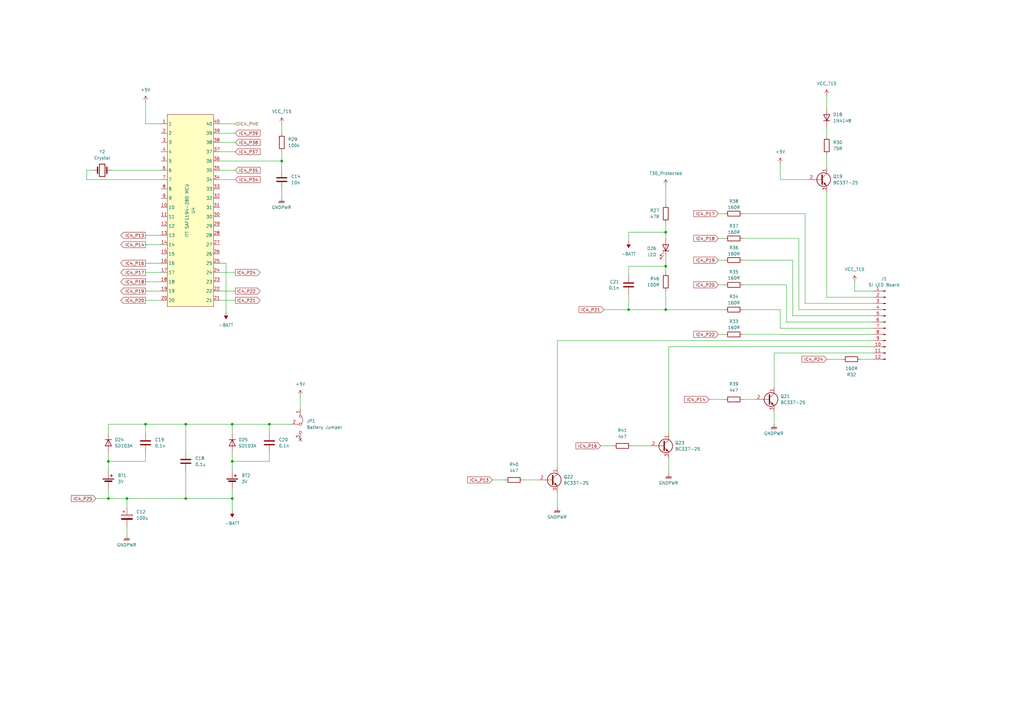
<source format=kicad_sch>
(kicad_sch (version 20250114) (generator "eeschema") (generator_version "9.0")
  (paper "A3")
  (title_block (title "Indicator Lights") (rev "0") (company "Reagan Ansel"))
  (lib_symbols
    (symbol "BMW_ICs:ITT_SAF1194-280_MCU"
      (property "Reference" "U" (at 0.508 -18.796 0))
      (property "Value" "ITT SAF1194-280 MCU" (at -0.254 -21.336 0))
      (symbol "ITT_SAF1194-280_MCU_1_1"
        (rectangle (start -39.37 -11.43) (end 39.37 -30.48) (fill (type background)))
        (pin input line (at -35.56 -8.89 270) (length 2.54) (name "40") (number "40"))
        (pin input line (at -35.56 -33.02 90) (length 2.54) (name "1") (number "1"))
        (pin output line (at -31.75 -8.89 270) (length 2.54) (name "39") (number "39"))
        (pin input line (at -31.75 -33.02 90) (length 2.54) (name "2") (number "2"))
        (pin input line (at -27.94 -8.89 270) (length 2.54) (name "38") (number "38"))
        (pin input line (at -27.94 -33.02 90) (length 2.54) (name "3") (number "3"))
        (pin input line (at -24.13 -8.89 270) (length 2.54) (name "37") (number "37"))
        (pin input line (at -24.13 -33.02 90) (length 2.54) (name "4") (number "4"))
        (pin input line (at -20.32 -8.89 270) (length 2.54) (name "36") (number "36"))
        (pin input line (at -20.32 -33.02 90) (length 2.54) (name "5") (number "5"))
        (pin input line (at -16.51 -8.89 270) (length 2.54) (name "35") (number "35"))
        (pin input line (at -16.51 -33.02 90) (length 2.54) (name "6") (number "6"))
        (pin input line (at -12.7 -8.89 270) (length 2.54) (name "34") (number "34"))
        (pin input line (at -12.7 -33.02 90) (length 2.54) (name "7") (number "7"))
        (pin input line (at -8.89 -8.89 270) (length 2.54) (name "33") (number "33"))
        (pin input line (at -8.89 -33.02 90) (length 2.54) (name "8") (number "8"))
        (pin input line (at -5.08 -8.89 270) (length 2.54) (name "32") (number "32"))
        (pin input line (at -5.08 -33.02 90) (length 2.54) (name "9") (number "9"))
        (pin input line (at -1.27 -8.89 270) (length 2.54) (name "31") (number "31"))
        (pin input line (at -1.27 -33.02 90) (length 2.54) (name "10") (number "10"))
        (pin input line (at 2.54 -8.89 270) (length 2.54) (name "30") (number "30"))
        (pin input line (at 2.54 -33.02 90) (length 2.54) (name "11") (number "11"))
        (pin input line (at 6.35 -8.89 270) (length 2.54) (name "29") (number "29"))
        (pin input line (at 6.35 -33.02 90) (length 2.54) (name "12") (number "12"))
        (pin input line (at 10.16 -8.89 270) (length 2.54) (name "28") (number "28"))
        (pin output line (at 10.16 -33.02 90) (length 2.54) (name "13") (number "13"))
        (pin input line (at 13.97 -8.89 270) (length 2.54) (name "27") (number "27"))
        (pin output line (at 13.97 -33.02 90) (length 2.54) (name "14") (number "14"))
        (pin input line (at 17.78 -8.89 270) (length 2.54) (name "26") (number "26"))
        (pin output line (at 17.78 -33.02 90) (length 2.54) (name "15") (number "15"))
        (pin input line (at 21.59 -8.89 270) (length 2.54) (name "25") (number "25"))
        (pin output line (at 21.59 -33.02 90) (length 2.54) (name "16") (number "16"))
        (pin output line (at 25.4 -8.89 270) (length 2.54) (name "24") (number "24"))
        (pin output line (at 25.4 -33.02 90) (length 2.54) (name "17") (number "17"))
        (pin output line (at 29.21 -8.89 270) (length 2.54) (name "23") (number "23"))
        (pin output line (at 29.21 -33.02 90) (length 2.54) (name "18") (number "18"))
        (pin output line (at 33.02 -8.89 270) (length 2.54) (name "22") (number "22"))
        (pin output line (at 33.02 -33.02 90) (length 2.54) (name "19") (number "19"))
        (pin input line (at 36.83 -8.89 270) (length 2.54) (name "21") (number "21"))
        (pin output line (at 36.83 -33.02 90) (length 2.54) (name "20") (number "20"))
      )
    )
    (symbol "Connector:Conn_01x12_Pin" (pin_names (offset 1.016) (hide yes))
      (property "Reference" "J" (at 0 15.24 0))
      (property "Value" "Conn_01x12_Pin" (at 0 -17.78 0))
      (symbol "Conn_01x12_Pin_1_1"
        (rectangle (start 0.8636 12.827) (end 0 12.573) (stroke (width 0.1524)) (fill (type outline)))
        (rectangle (start 0.8636 10.287) (end 0 10.033) (stroke (width 0.1524)) (fill (type outline)))
        (rectangle (start 0.8636 7.747) (end 0 7.493) (stroke (width 0.1524)) (fill (type outline)))
        (rectangle (start 0.8636 5.207) (end 0 4.953) (stroke (width 0.1524)) (fill (type outline)))
        (rectangle (start 0.8636 2.667) (end 0 2.413) (stroke (width 0.1524)) (fill (type outline)))
        (rectangle (start 0.8636 0.127) (end 0 -0.127) (stroke (width 0.1524)) (fill (type outline)))
        (rectangle (start 0.8636 -2.413) (end 0 -2.667) (stroke (width 0.1524)) (fill (type outline)))
        (rectangle (start 0.8636 -4.953) (end 0 -5.207) (stroke (width 0.1524)) (fill (type outline)))
        (rectangle (start 0.8636 -7.493) (end 0 -7.747) (stroke (width 0.1524)) (fill (type outline)))
        (rectangle (start 0.8636 -10.033) (end 0 -10.287) (stroke (width 0.1524)) (fill (type outline)))
        (rectangle (start 0.8636 -12.573) (end 0 -12.827) (stroke (width 0.1524)) (fill (type outline)))
        (rectangle (start 0.8636 -15.113) (end 0 -15.367) (stroke (width 0.1524)) (fill (type outline)))
        (polyline (pts (xy 1.27 12.7) (xy 0.8636 12.7)) (stroke (width 0.1524)))
        (polyline (pts (xy 1.27 10.16) (xy 0.8636 10.16)) (stroke (width 0.1524)))
        (polyline (pts (xy 1.27 7.62) (xy 0.8636 7.62)) (stroke (width 0.1524)))
        (polyline (pts (xy 1.27 5.08) (xy 0.8636 5.08)) (stroke (width 0.1524)))
        (polyline (pts (xy 1.27 2.54) (xy 0.8636 2.54)) (stroke (width 0.1524)))
        (polyline (pts (xy 1.27 0) (xy 0.8636 0)) (stroke (width 0.1524)))
        (polyline (pts (xy 1.27 -2.54) (xy 0.8636 -2.54)) (stroke (width 0.1524)))
        (polyline (pts (xy 1.27 -5.08) (xy 0.8636 -5.08)) (stroke (width 0.1524)))
        (polyline (pts (xy 1.27 -7.62) (xy 0.8636 -7.62)) (stroke (width 0.1524)))
        (polyline (pts (xy 1.27 -10.16) (xy 0.8636 -10.16)) (stroke (width 0.1524)))
        (polyline (pts (xy 1.27 -12.7) (xy 0.8636 -12.7)) (stroke (width 0.1524)))
        (polyline (pts (xy 1.27 -15.24) (xy 0.8636 -15.24)) (stroke (width 0.1524)))
        (pin passive line (at 5.08 12.7 180) (length 3.81) (name "Pin_1") (number "1"))
        (pin passive line (at 5.08 10.16 180) (length 3.81) (name "Pin_2") (number "2"))
        (pin passive line (at 5.08 7.62 180) (length 3.81) (name "Pin_3") (number "3"))
        (pin passive line (at 5.08 5.08 180) (length 3.81) (name "Pin_4") (number "4"))
        (pin passive line (at 5.08 2.54 180) (length 3.81) (name "Pin_5") (number "5"))
        (pin passive line (at 5.08 0 180) (length 3.81) (name "Pin_6") (number "6"))
        (pin passive line (at 5.08 -2.54 180) (length 3.81) (name "Pin_7") (number "7"))
        (pin passive line (at 5.08 -5.08 180) (length 3.81) (name "Pin_8") (number "8"))
        (pin passive line (at 5.08 -7.62 180) (length 3.81) (name "Pin_9") (number "9"))
        (pin passive line (at 5.08 -10.16 180) (length 3.81) (name "Pin_10") (number "10"))
        (pin passive line (at 5.08 -12.7 180) (length 3.81) (name "Pin_11") (number "11"))
        (pin passive line (at 5.08 -15.24 180) (length 3.81) (name "Pin_12") (number "12"))
      )
    )
    (symbol "Device:Battery_Cell" (pin_numbers (hide yes)) (pin_names (offset 0) (hide yes))
      (property "Reference" "BT" (at 2.54 2.54 0))
      (property "Value" "Battery_Cell" (at 2.54 0 0))
      (symbol "Battery_Cell_0_1"
        (rectangle (start -2.286 1.778) (end 2.286 1.524) (fill (type outline)))
        (rectangle (start -1.524 1.016) (end 1.524 0.508) (fill (type outline)))
        (polyline (pts (xy 0 1.778) (xy 0 2.54)))
        (polyline (pts (xy 0 0.762) (xy 0 0)))
        (polyline (pts (xy 0.762 3.048) (xy 1.778 3.048)) (stroke (width 0.254)))
        (polyline (pts (xy 1.27 3.556) (xy 1.27 2.54)) (stroke (width 0.254)))
      )
      (symbol "Battery_Cell_1_1"
        (pin passive line (at 0 5.08 270) (length 2.54) (name "+") (number "1"))
        (pin passive line (at 0 -2.54 90) (length 2.54) (name "-") (number "2"))
      )
    )
    (symbol "Device:C" (pin_numbers (hide yes)) (pin_names (offset 0.254))
      (property "Reference" "C" (at 0.635 2.54 0))
      (property "Value" "C" (at 0.635 -2.54 0))
      (symbol "C_0_1"
        (polyline (pts (xy -2.032 0.762) (xy 2.032 0.762)) (stroke (width 0.508)))
        (polyline (pts (xy -2.032 -0.762) (xy 2.032 -0.762)) (stroke (width 0.508)))
      )
      (symbol "C_1_1"
        (pin passive line (at 0 3.81 270) (length 2.794) (name "~") (number "1"))
        (pin passive line (at 0 -3.81 90) (length 2.794) (name "~") (number "2"))
      )
    )
    (symbol "Device:C_Polarized" (pin_numbers (hide yes)) (pin_names (offset 0.254))
      (property "Reference" "C" (at 0.635 2.54 0))
      (property "Value" "C_Polarized" (at 0.635 -2.54 0))
      (symbol "C_Polarized_0_1"
        (rectangle (start -2.286 0.508) (end 2.286 1.016))
        (polyline (pts (xy -1.778 2.286) (xy -0.762 2.286)))
        (polyline (pts (xy -1.27 2.794) (xy -1.27 1.778)))
        (rectangle (start 2.286 -0.508) (end -2.286 -1.016) (fill (type outline)))
      )
      (symbol "C_Polarized_1_1"
        (pin passive line (at 0 3.81 270) (length 2.794) (name "~") (number "1"))
        (pin passive line (at 0 -3.81 90) (length 2.794) (name "~") (number "2"))
      )
    )
    (symbol "Device:Crystal" (pin_numbers (hide yes)) (pin_names (offset 1.016) (hide yes))
      (property "Reference" "Y" (at 0 3.81 0))
      (property "Value" "Crystal" (at 0 -3.81 0))
      (symbol "Crystal_0_1"
        (polyline (pts (xy -2.54 0) (xy -1.905 0)))
        (polyline (pts (xy -1.905 -1.27) (xy -1.905 1.27)) (stroke (width 0.508)))
        (rectangle (start -1.143 2.54) (end 1.143 -2.54) (stroke (width 0.3048)))
        (polyline (pts (xy 1.905 -1.27) (xy 1.905 1.27)) (stroke (width 0.508)))
        (polyline (pts (xy 2.54 0) (xy 1.905 0)))
      )
      (symbol "Crystal_1_1"
        (pin passive line (at -3.81 0 0) (length 1.27) (name "1") (number "1"))
        (pin passive line (at 3.81 0 180) (length 1.27) (name "2") (number "2"))
      )
    )
    (symbol "Device:D" (pin_numbers (hide yes)) (pin_names (offset 1.016) (hide yes))
      (property "Reference" "D" (at 0 2.54 0))
      (property "Value" "D" (at 0 -2.54 0))
      (symbol "D_0_1"
        (polyline (pts (xy -1.27 1.27) (xy -1.27 -1.27)) (stroke (width 0.254)))
        (polyline (pts (xy 1.27 1.27) (xy 1.27 -1.27) (xy -1.27 0) (xy 1.27 1.27)) (stroke (width 0.254)))
        (polyline (pts (xy 1.27 0) (xy -1.27 0)))
      )
      (symbol "D_1_1"
        (pin passive line (at -3.81 0 0) (length 2.54) (name "K") (number "1"))
        (pin passive line (at 3.81 0 180) (length 2.54) (name "A") (number "2"))
      )
    )
    (symbol "Device:LED" (pin_numbers (hide yes)) (pin_names (offset 1.016) (hide yes))
      (property "Reference" "D" (at 0 2.54 0))
      (property "Value" "LED" (at 0 -2.54 0))
      (symbol "LED_0_1"
        (polyline (pts (xy -3.048 -0.762) (xy -4.572 -2.286) (xy -3.81 -2.286) (xy -4.572 -2.286) (xy -4.572 -1.524)))
        (polyline (pts (xy -1.778 -0.762) (xy -3.302 -2.286) (xy -2.54 -2.286) (xy -3.302 -2.286) (xy -3.302 -1.524)))
        (polyline (pts (xy -1.27 0) (xy 1.27 0)))
        (polyline (pts (xy -1.27 -1.27) (xy -1.27 1.27)) (stroke (width 0.254)))
        (polyline (pts (xy 1.27 -1.27) (xy 1.27 1.27) (xy -1.27 0) (xy 1.27 -1.27)) (stroke (width 0.254)))
      )
      (symbol "LED_1_1"
        (pin passive line (at -3.81 0 0) (length 2.54) (name "K") (number "1"))
        (pin passive line (at 3.81 0 180) (length 2.54) (name "A") (number "2"))
      )
    )
    (symbol "Device:R" (pin_numbers (hide yes)) (pin_names (offset 0))
      (property "Reference" "R" (at 2.032 0 90))
      (property "Value" "R" (at 0 0 90))
      (symbol "R_0_1"
        (rectangle (start -1.016 -2.54) (end 1.016 2.54) (stroke (width 0.254)))
      )
      (symbol "R_1_1"
        (pin passive line (at 0 3.81 270) (length 1.27) (name "~") (number "1"))
        (pin passive line (at 0 -3.81 90) (length 1.27) (name "~") (number "2"))
      )
    )
    (symbol "Jumper:Jumper_3_Bridged12" (pin_names (offset 0) (hide yes)) (in_bom no)
      (property "Reference" "JP" (at -2.54 -2.54 0))
      (property "Value" "Jumper_3_Bridged12" (at 0 2.794 0))
      (symbol "Jumper_3_Bridged12_0_0"
        (circle (center -3.302 0) (radius 0.508))
        (circle (center 0 0) (radius 0.508))
        (circle (center 3.302 0) (radius 0.508))
      )
      (symbol "Jumper_3_Bridged12_0_1"
        (arc (start -3.048 0.508) (mid -1.651 0.9912) (end -0.254 0.508))
        (polyline (pts (xy 0 -1.27) (xy 0 -0.508)))
      )
      (symbol "Jumper_3_Bridged12_1_1"
        (pin passive line (at -6.35 0 0) (length 2.54) (name "A") (number "1"))
        (pin passive line (at 0 -3.81 90) (length 2.54) (name "C") (number "2"))
        (pin passive line (at 6.35 0 180) (length 2.54) (name "B") (number "3"))
      )
    )
    (symbol "Transistor_BJT:BC337" (pin_names (offset 0) (hide yes))
      (property "Reference" "Q" (at 5.08 1.905 0))
      (property "Value" "BC337" (at 5.08 0 0))
      (symbol "BC337_0_1"
        (polyline (pts (xy -2.54 0) (xy 0.635 0)))
        (polyline (pts (xy 0.635 1.905) (xy 0.635 -1.905)) (stroke (width 0.508)))
        (circle (center 1.27 0) (radius 2.8194) (stroke (width 0.254)))
      )
      (symbol "BC337_1_1"
        (polyline (pts (xy 0.635 0.635) (xy 2.54 2.54)))
        (polyline (pts (xy 0.635 -0.635) (xy 2.54 -2.54)))
        (polyline (pts (xy 1.27 -1.778) (xy 1.778 -1.27) (xy 2.286 -2.286) (xy 1.27 -1.778)) (fill (type outline)))
        (pin input line (at -5.08 0 0) (length 2.54) (name "B") (number "2"))
        (pin passive line (at 2.54 5.08 270) (length 2.54) (name "C") (number "1"))
        (pin passive line (at 2.54 -5.08 90) (length 2.54) (name "E") (number "3"))
      )
    )
    (symbol "power:+12V" (power) (pin_numbers (hide yes)) (pin_names (offset 0) (hide yes))
      (property "Value" "+12V" (at 0 3.556 0))
      (symbol "+12V_0_1"
        (polyline (pts (xy -0.762 1.27) (xy 0 2.54)))
        (polyline (pts (xy 0 2.54) (xy 0.762 1.27)))
        (polyline (pts (xy 0 0) (xy 0 2.54)))
      )
      (symbol "+12V_1_1"
        (pin power_in line (at 0 0 90) (length 0) (name "~") (number "1"))
      )
    )
    (symbol "power:-BATT" (power) (pin_numbers (hide yes)) (pin_names (offset 0) (hide yes))
      (property "Value" "-BATT" (at 0 3.556 0))
      (symbol "-BATT_0_1"
        (polyline (pts (xy 0 0) (xy 0 2.54)))
        (polyline (pts (xy 0.762 1.27) (xy -0.762 1.27) (xy 0 2.54) (xy 0.762 1.27)) (fill (type outline)))
      )
      (symbol "-BATT_1_1"
        (pin power_in line (at 0 0 90) (length 0) (name "~") (number "1"))
      )
    )
    (symbol "power:GNDPWR" (power) (pin_numbers (hide yes)) (pin_names (offset 0) (hide yes))
      (property "Value" "GNDPWR" (at 0 -3.302 0))
      (symbol "GNDPWR_0_1"
        (polyline (pts (xy -1.016 -1.27) (xy -1.27 -2.032) (xy -1.27 -2.032)) (stroke (width 0.2032)))
        (polyline (pts (xy -0.508 -1.27) (xy -0.762 -2.032) (xy -0.762 -2.032)) (stroke (width 0.2032)))
        (polyline (pts (xy 0 -1.27) (xy 0 0)))
        (polyline (pts (xy 0 -1.27) (xy -0.254 -2.032) (xy -0.254 -2.032)) (stroke (width 0.2032)))
        (polyline (pts (xy 0.508 -1.27) (xy 0.254 -2.032) (xy 0.254 -2.032)) (stroke (width 0.2032)))
        (polyline (pts (xy 1.016 -1.27) (xy -1.016 -1.27) (xy -1.016 -1.27)) (stroke (width 0.2032)))
        (polyline (pts (xy 1.016 -1.27) (xy 0.762 -2.032) (xy 0.762 -2.032) (xy 0.762 -2.032)) (stroke (width 0.2032)))
      )
      (symbol "GNDPWR_1_1"
        (pin power_in line (at 0 0 270) (length 0) (name "~") (number "1"))
      )
    )
  )
  (junction (at 257.81 127))
  (junction (at 95.25 189.23))
  (junction (at 76.2 204.47))
  (junction (at 59.69 173.99))
  (junction (at 273.05 127))
  (junction (at 76.2 173.99))
  (junction (at 52.07 204.47))
  (junction (at 95.25 204.47))
  (junction (at 273.05 109.22))
  (junction (at 110.49 173.99))
  (junction (at 95.25 173.99))
  (junction (at 115.57 66.04))
  (junction (at 44.45 204.47))
  (junction (at 273.05 95.25))
  (junction (at 44.45 189.23))
  (no_connect (at 123.19 180.34))
  (wire (pts (xy 257.81 113.03) (xy 257.81 109.22)))
  (wire (pts (xy 90.17 50.8) (xy 96.52 50.8)))
  (wire (pts (xy 90.17 73.66) (xy 96.52 73.66)))
  (wire (pts (xy 59.69 177.8) (xy 59.69 173.99)))
  (wire (pts (xy 115.57 50.8) (xy 115.57 54.61)))
  (wire (pts (xy 273.05 91.44) (xy 273.05 95.25)))
  (wire (pts (xy 358.14 129.54) (xy 325.12 129.54)))
  (wire (pts (xy 76.2 173.99) (xy 76.2 185.42)))
  (wire (pts (xy 59.69 111.76) (xy 66.04 111.76)))
  (wire (pts (xy 339.09 121.92) (xy 358.14 121.92)))
  (wire (pts (xy 95.25 173.99) (xy 110.49 173.99)))
  (wire (pts (xy 339.09 52.07) (xy 339.09 55.88)))
  (wire (pts (xy 274.32 187.96) (xy 274.32 194.31)))
  (wire (pts (xy 273.05 109.22) (xy 273.05 111.76)))
  (wire (pts (xy 317.5 168.91) (xy 317.5 173.99)))
  (wire (pts (xy 95.25 204.47) (xy 95.25 209.55)))
  (wire (pts (xy 59.69 115.57) (xy 66.04 115.57)))
  (wire (pts (xy 322.58 116.84) (xy 322.58 132.08)))
  (wire (pts (xy 327.66 127) (xy 358.14 127)))
  (wire (pts (xy 44.45 189.23) (xy 44.45 193.04)))
  (wire (pts (xy 290.83 163.83) (xy 297.18 163.83)))
  (wire (pts (xy 257.81 120.65) (xy 257.81 127)))
  (wire (pts (xy 52.07 215.9) (xy 52.07 219.71)))
  (wire (pts (xy 35.56 69.85) (xy 38.1 69.85)))
  (wire (pts (xy 294.64 116.84) (xy 297.18 116.84)))
  (wire (pts (xy 44.45 189.23) (xy 44.45 185.42)))
  (wire (pts (xy 59.69 173.99) (xy 76.2 173.99)))
  (wire (pts (xy 274.32 142.24) (xy 358.14 142.24)))
  (wire (pts (xy 259.08 182.88) (xy 266.7 182.88)))
  (wire (pts (xy 59.69 41.91) (xy 59.69 50.8)))
  (wire (pts (xy 304.8 87.63) (xy 330.2 87.63)))
  (wire (pts (xy 228.6 201.93) (xy 228.6 208.28)))
  (wire (pts (xy 228.6 139.7) (xy 358.14 139.7)))
  (wire (pts (xy 115.57 77.47) (xy 115.57 81.28)))
  (wire (pts (xy 44.45 177.8) (xy 44.45 173.99)))
  (wire (pts (xy 110.49 173.99) (xy 119.38 173.99)))
  (wire (pts (xy 353.06 147.32) (xy 358.14 147.32)))
  (wire (pts (xy 273.05 127) (xy 273.05 119.38)))
  (wire (pts (xy 317.5 144.78) (xy 317.5 158.75)))
  (wire (pts (xy 95.25 189.23) (xy 95.25 185.42)))
  (wire (pts (xy 330.2 124.46) (xy 358.14 124.46)))
  (wire (pts (xy 339.09 39.37) (xy 339.09 44.45)))
  (wire (pts (xy 320.04 67.31) (xy 320.04 73.66)))
  (wire (pts (xy 59.69 123.19) (xy 66.04 123.19)))
  (wire (pts (xy 294.64 137.16) (xy 297.18 137.16)))
  (wire (pts (xy 304.8 116.84) (xy 322.58 116.84)))
  (wire (pts (xy 76.2 204.47) (xy 95.25 204.47)))
  (wire (pts (xy 59.69 96.52) (xy 66.04 96.52)))
  (wire (pts (xy 35.56 73.66) (xy 35.56 69.85)))
  (wire (pts (xy 273.05 127) (xy 297.18 127)))
  (wire (pts (xy 92.71 107.95) (xy 92.71 128.27)))
  (wire (pts (xy 274.32 177.8) (xy 274.32 142.24)))
  (wire (pts (xy 322.58 132.08) (xy 358.14 132.08)))
  (wire (pts (xy 59.69 189.23) (xy 44.45 189.23)))
  (wire (pts (xy 110.49 185.42) (xy 110.49 189.23)))
  (wire (pts (xy 76.2 204.47) (xy 52.07 204.47)))
  (wire (pts (xy 294.64 87.63) (xy 297.18 87.63)))
  (wire (pts (xy 95.25 200.66) (xy 95.25 204.47)))
  (wire (pts (xy 95.25 189.23) (xy 95.25 193.04)))
  (wire (pts (xy 330.2 87.63) (xy 330.2 124.46)))
  (wire (pts (xy 304.8 137.16) (xy 358.14 137.16)))
  (wire (pts (xy 59.69 107.95) (xy 66.04 107.95)))
  (wire (pts (xy 123.19 162.56) (xy 123.19 167.64)))
  (wire (pts (xy 39.37 204.47) (xy 44.45 204.47)))
  (wire (pts (xy 327.66 97.79) (xy 304.8 97.79)))
  (wire (pts (xy 76.2 193.04) (xy 76.2 204.47)))
  (wire (pts (xy 325.12 129.54) (xy 325.12 106.68)))
  (wire (pts (xy 350.52 115.57) (xy 350.52 119.38)))
  (wire (pts (xy 294.64 97.79) (xy 297.18 97.79)))
  (wire (pts (xy 257.81 127) (xy 273.05 127)))
  (wire (pts (xy 59.69 100.33) (xy 66.04 100.33)))
  (wire (pts (xy 45.72 69.85) (xy 66.04 69.85)))
  (wire (pts (xy 90.17 123.19) (xy 96.52 123.19)))
  (wire (pts (xy 273.05 95.25) (xy 257.81 95.25)))
  (wire (pts (xy 350.52 119.38) (xy 358.14 119.38)))
  (wire (pts (xy 92.71 107.95) (xy 90.17 107.95)))
  (wire (pts (xy 52.07 204.47) (xy 52.07 208.28)))
  (wire (pts (xy 273.05 95.25) (xy 273.05 97.79)))
  (wire (pts (xy 90.17 119.38) (xy 96.52 119.38)))
  (wire (pts (xy 257.81 109.22) (xy 273.05 109.22)))
  (wire (pts (xy 273.05 105.41) (xy 273.05 109.22)))
  (wire (pts (xy 90.17 66.04) (xy 115.57 66.04)))
  (wire (pts (xy 339.09 78.74) (xy 339.09 121.92)))
  (wire (pts (xy 320.04 134.62) (xy 358.14 134.62)))
  (wire (pts (xy 294.64 106.68) (xy 297.18 106.68)))
  (wire (pts (xy 257.81 99.06) (xy 257.81 95.25)))
  (wire (pts (xy 339.09 147.32) (xy 345.44 147.32)))
  (wire (pts (xy 325.12 106.68) (xy 304.8 106.68)))
  (wire (pts (xy 304.8 127) (xy 320.04 127)))
  (wire (pts (xy 247.65 127) (xy 257.81 127)))
  (wire (pts (xy 115.57 66.04) (xy 115.57 69.85)))
  (wire (pts (xy 201.93 196.85) (xy 207.01 196.85)))
  (wire (pts (xy 339.09 63.5) (xy 339.09 68.58)))
  (wire (pts (xy 76.2 173.99) (xy 95.25 173.99)))
  (wire (pts (xy 214.63 196.85) (xy 220.98 196.85)))
  (wire (pts (xy 90.17 111.76) (xy 96.52 111.76)))
  (wire (pts (xy 59.69 185.42) (xy 59.69 189.23)))
  (wire (pts (xy 59.69 119.38) (xy 66.04 119.38)))
  (wire (pts (xy 246.38 182.88) (xy 251.46 182.88)))
  (wire (pts (xy 320.04 73.66) (xy 331.47 73.66)))
  (wire (pts (xy 320.04 127) (xy 320.04 134.62)))
  (wire (pts (xy 90.17 69.85) (xy 96.52 69.85)))
  (wire (pts (xy 110.49 173.99) (xy 110.49 177.8)))
  (wire (pts (xy 327.66 97.79) (xy 327.66 127)))
  (wire (pts (xy 44.45 173.99) (xy 59.69 173.99)))
  (wire (pts (xy 90.17 62.23) (xy 96.52 62.23)))
  (wire (pts (xy 228.6 191.77) (xy 228.6 139.7)))
  (wire (pts (xy 90.17 54.61) (xy 96.52 54.61)))
  (wire (pts (xy 273.05 76.2) (xy 273.05 83.82)))
  (wire (pts (xy 52.07 204.47) (xy 44.45 204.47)))
  (wire (pts (xy 66.04 73.66) (xy 35.56 73.66)))
  (wire (pts (xy 115.57 62.23) (xy 115.57 66.04)))
  (wire (pts (xy 44.45 204.47) (xy 44.45 200.66)))
  (wire (pts (xy 95.25 173.99) (xy 95.25 177.8)))
  (wire (pts (xy 304.8 163.83) (xy 309.88 163.83)))
  (wire (pts (xy 317.5 144.78) (xy 358.14 144.78)))
  (wire (pts (xy 66.04 50.8) (xy 59.69 50.8)))
  (wire (pts (xy 90.17 58.42) (xy 96.52 58.42)))
  (wire (pts (xy 110.49 189.23) (xy 95.25 189.23)))
  (global_label "IC4_P21" (shape input) (at 247.65 127 180) (property "Intersheetrefs" "${INTERSHEET_REFS}" (effects (hide yes))))
  (global_label "IC4_P18" (shape input) (at 294.64 97.79 180) (property "Intersheetrefs" "${INTERSHEET_REFS}" (effects (hide yes))))
  (global_label "IC4_P21" (shape output) (at 96.52 123.19 0) (property "Intersheetrefs" "${INTERSHEET_REFS}" (effects (hide yes))))
  (global_label "IC4_P24" (shape output) (at 96.52 111.76 0) (property "Intersheetrefs" "${INTERSHEET_REFS}" (effects (hide yes))))
  (global_label "IC4_P22" (shape input) (at 294.64 137.16 180) (property "Intersheetrefs" "${INTERSHEET_REFS}" (effects (hide yes))))
  (global_label "IC4_P13" (shape output) (at 59.69 96.52 180) (property "Intersheetrefs" "${INTERSHEET_REFS}" (effects (hide yes))))
  (global_label "IC4_P38" (shape input) (at 96.52 58.42 0) (property "Intersheetrefs" "${INTERSHEET_REFS}" (effects (hide yes))))
  (global_label "IC4_P13" (shape input) (at 201.93 196.85 180) (property "Intersheetrefs" "${INTERSHEET_REFS}" (effects (hide yes))))
  (global_label "IC4_P14" (shape output) (at 59.69 100.33 180) (property "Intersheetrefs" "${INTERSHEET_REFS}" (effects (hide yes))))
  (global_label "IC4_P14" (shape input) (at 290.83 163.83 180) (property "Intersheetrefs" "${INTERSHEET_REFS}" (effects (hide yes))))
  (global_label "IC4_P16" (shape input) (at 246.38 182.88 180) (property "Intersheetrefs" "${INTERSHEET_REFS}" (effects (hide yes))))
  (global_label "IC4_P35" (shape input) (at 96.52 69.85 0) (property "Intersheetrefs" "${INTERSHEET_REFS}" (effects (hide yes))))
  (global_label "IC4_P17" (shape input) (at 294.64 87.63 180) (property "Intersheetrefs" "${INTERSHEET_REFS}" (effects (hide yes))))
  (global_label "IC4_P24" (shape input) (at 339.09 147.32 180) (property "Intersheetrefs" "${INTERSHEET_REFS}" (effects (hide yes))))
  (global_label "IC4_P19" (shape output) (at 59.69 119.38 180) (property "Intersheetrefs" "${INTERSHEET_REFS}" (effects (hide yes))))
  (global_label "IC4_P18" (shape output) (at 59.69 115.57 180) (property "Intersheetrefs" "${INTERSHEET_REFS}" (effects (hide yes))))
  (global_label "IC4_P19" (shape input) (at 294.64 106.68 180) (property "Intersheetrefs" "${INTERSHEET_REFS}" (effects (hide yes))))
  (global_label "IC4_P34" (shape input) (at 96.52 73.66 0) (property "Intersheetrefs" "${INTERSHEET_REFS}" (effects (hide yes))))
  (global_label "IC4_P16" (shape output) (at 59.69 107.95 180) (property "Intersheetrefs" "${INTERSHEET_REFS}" (effects (hide yes))))
  (global_label "IC4_P22" (shape output) (at 96.52 119.38 0) (property "Intersheetrefs" "${INTERSHEET_REFS}" (effects (hide yes))))
  (global_label "IC4_P20" (shape input) (at 294.64 116.84 180) (property "Intersheetrefs" "${INTERSHEET_REFS}" (effects (hide yes))))
  (global_label "IC4_P20" (shape output) (at 59.69 123.19 180) (property "Intersheetrefs" "${INTERSHEET_REFS}" (effects (hide yes))))
  (global_label "IC4_P17" (shape output) (at 59.69 111.76 180) (property "Intersheetrefs" "${INTERSHEET_REFS}" (effects (hide yes))))
  (global_label "IC4_P39" (shape input) (at 96.52 54.61 0) (property "Intersheetrefs" "${INTERSHEET_REFS}" (effects (hide yes))))
  (global_label "IC4_P25" (shape input) (at 39.37 204.47 180) (property "Intersheetrefs" "${INTERSHEET_REFS}" (effects (hide yes))))
  (global_label "IC4_P37" (shape input) (at 96.52 62.23 0) (property "Intersheetrefs" "${INTERSHEET_REFS}" (effects (hide yes))))
  (hierarchical_label "IC4_P40" (shape input) (at 96.52 50.8 0))
  (symbol (lib_id "power:GNDPWR") (at 228.6 208.28 0) (unit 1)
    (property "Reference" "#PWR028" (effects (hide yes)))
    (property "Value" "GNDPWR" (at 228.473 212.09 0))
    (property "Description" "Power symbol creates a global label with name \"GNDPWR\" , global ground" (effects (hide yes)))
  )
  (symbol (lib_id "power:-BATT") (at 257.81 99.06 0) (mirror x) (unit 1)
    (property "Reference" "#PWR053" (effects (hide yes)))
    (property "Value" "-BATT" (at 257.81 104.14 0))
    (property "Description" "Power symbol creates a global label with name \"-BATT\"" (effects (hide yes)))
  )
  (symbol (lib_id "power:GNDPWR") (at 317.5 173.99 0) (unit 1)
    (property "Reference" "#PWR033" (effects (hide yes)))
    (property "Value" "GNDPWR" (at 317.373 177.8 0))
    (property "Description" "Power symbol creates a global label with name \"GNDPWR\" , global ground" (effects (hide yes)))
  )
  (symbol (lib_id "Device:LED") (at 273.05 101.6 270) (mirror x) (unit 1)
    (property "Reference" "D26" (at 269.24 101.9174 90) (effects (justify right)))
    (property "Value" "LED" (at 269.24 104.4574 90) (effects (justify right)))
    (property "Description" "Light emitting diode" (effects (hide yes)))
    (property "Sim.Pins" "1=K 2=A" (effects (hide yes)))
  )
  (symbol (lib_id "Device:R") (at 300.99 127 90) (unit 1)
    (property "Reference" "R34" (at 300.99 121.666 90))
    (property "Value" "160R" (at 300.99 124.206 90))
    (property "Footprint" "SI_THT:R_Axial_Narrow_L6.8mm_D2.4mm_P9.7mm" (effects (hide yes)))
    (property "Description" "5%" (effects (hide yes)))
  )
  (symbol (lib_id "Connector:Conn_01x12_Pin") (at 363.22 132.08 0) (mirror y) (unit 1)
    (property "Reference" "J1" (at 362.585 114.3 0))
    (property "Value" "SI LED Board" (at 362.585 116.84 0))
    (property "Footprint" "Connector_PinHeader_2.54mm:PinHeader_1x12_P2.54mm_Vertical" (effects (hide yes)))
    (property "Description" "Generic connector, single row, 01x12, script generated" (effects (hide yes)))
  )
  (symbol (lib_id "Device:R") (at 300.99 87.63 90) (unit 1)
    (property "Reference" "R38" (at 300.99 82.55 90))
    (property "Value" "160R" (at 300.99 85.09 90))
    (property "Footprint" "SI_THT:R_Axial_Narrow_L6.8mm_D2.4mm_P9.7mm" (effects (hide yes)))
    (property "Description" "5%" (effects (hide yes)))
  )
  (symbol (lib_id "Device:D") (at 95.25 181.61 270) (unit 1)
    (property "Reference" "D25" (at 97.79 180.3399 90) (effects (justify left)))
    (property "Value" "SD103A" (at 97.79 182.8799 90) (effects (justify left)))
    (property "Description" "Diode" (effects (hide yes)))
    (property "Sim.Device" "D" (effects (hide yes)))
    (property "Sim.Pins" "1=K 2=A" (effects (hide yes)))
  )
  (symbol (lib_id "Device:R") (at 273.05 87.63 0) (mirror y) (unit 1)
    (property "Reference" "R27" (at 270.51 86.3599 0) (effects (justify left)))
    (property "Value" "47R" (at 270.51 88.8999 0) (effects (justify left)))
    (property "Footprint" "Resistor_THT:R_Axial_DIN0516_L15.5mm_D5.0mm_P20.32mm_Horizontal" (effects (hide yes)))
    (property "Description" "5%, 1W?" (effects (hide yes)))
  )
  (symbol (lib_id "Device:R") (at 300.99 97.79 90) (unit 1)
    (property "Reference" "R37" (at 300.99 92.71 90))
    (property "Value" "160R" (at 300.99 95.25 90))
    (property "Footprint" "SI_THT:R_Axial_Narrow_L6.8mm_D2.4mm_P9.7mm" (effects (hide yes)))
    (property "Description" "5%" (effects (hide yes)))
  )
  (symbol (lib_id "Device:R") (at 300.99 163.83 90) (unit 1)
    (property "Reference" "R39" (at 300.99 157.48 90))
    (property "Value" "4k7" (at 300.99 160.02 90))
    (property "Footprint" "SI_THT:R_Axial_Narrow_L6.8mm_D2.4mm_P9.7mm" (effects (hide yes)))
    (property "Description" "5%" (effects (hide yes)))
  )
  (symbol (lib_id "Device:C") (at 59.69 181.61 0) (unit 1)
    (property "Reference" "C19" (at 63.5 180.3399 0) (effects (justify left)))
    (property "Value" "0.1n" (at 63.5 182.8799 0) (effects (justify left)))
    (property "Footprint" "Capacitor_THT:C_Disc_D6.0mm_W2.5mm_P5.00mm" (effects (hide yes)))
    (property "Description" "Unpolarized capacitor" (effects (hide yes)))
  )
  (symbol (lib_id "power:+12V") (at 339.09 39.37 0) (unit 1)
    (property "Reference" "#PWR011" (effects (hide yes)))
    (property "Value" "VCC_T15" (at 339.09 34.29 0))
    (property "Description" "Power symbol creates a global label with name \"+12V\"" (effects (hide yes)))
  )
  (symbol (lib_id "Device:C") (at 76.2 189.23 0) (unit 1)
    (property "Reference" "C18" (at 80.01 187.9599 0) (effects (justify left)))
    (property "Value" "0.1u" (at 80.01 190.4999 0) (effects (justify left)))
    (property "Footprint" "Capacitor_THT:C_Rect_L7.0mm_W2.0mm_P5.00mm" (effects (hide yes)))
    (property "Description" "Unpolarized capacitor, 63v" (effects (hide yes)))
  )
  (symbol (lib_id "Transistor_BJT:BC337") (at 336.55 73.66 0) (unit 1)
    (property "Reference" "Q19" (at 341.63 72.3899 0) (effects (justify left)))
    (property "Value" "BC337-25" (at 341.63 74.9299 0) (effects (justify left)))
    (property "Footprint" "Package_TO_SOT_THT:TO-92_Inline_Wide" (effects (hide yes)))
    (property "Datasheet" "https://diotec.com/tl_files/diotec/files/pdf/datasheets/bc337.pdf" (effects (hide yes)))
    (property "Description" "0.8A Ic, 45V Vce, NPN Transistor, TO-92" (effects (hide yes)))
  )
  (symbol (lib_id "Device:C") (at 257.81 116.84 0) (mirror y) (unit 1)
    (property "Reference" "C21" (at 254 115.5699 0) (effects (justify left)))
    (property "Value" "0.1n" (at 254 118.1099 0) (effects (justify left)))
    (property "Footprint" "Capacitor_THT:C_Disc_D6.0mm_W2.5mm_P5.00mm" (effects (hide yes)))
    (property "Description" "Unpolarized capacitor" (effects (hide yes)))
  )
  (symbol (lib_id "power:+12V") (at 115.57 50.8 0) (unit 1)
    (property "Reference" "#PWR012" (effects (hide yes)))
    (property "Value" "VCC_T15" (at 115.57 45.72 0))
    (property "Description" "Power symbol creates a global label with name \"+12V\"" (effects (hide yes)))
  )
  (symbol (lib_id "Transistor_BJT:BC337") (at 314.96 163.83 0) (unit 1)
    (property "Reference" "Q21" (at 320.04 162.5599 0) (effects (justify left)))
    (property "Value" "BC337-25" (at 320.04 165.0999 0) (effects (justify left)))
    (property "Footprint" "Package_TO_SOT_THT:TO-92_Inline_Wide" (effects (hide yes)))
    (property "Datasheet" "https://diotec.com/tl_files/diotec/files/pdf/datasheets/bc337.pdf" (effects (hide yes)))
    (property "Description" "0.8A Ic, 45V Vce, NPN Transistor, TO-92" (effects (hide yes)))
  )
  (symbol (lib_id "Device:C") (at 110.49 181.61 0) (unit 1)
    (property "Reference" "C20" (at 114.3 180.3399 0) (effects (justify left)))
    (property "Value" "0.1n" (at 114.3 182.8799 0) (effects (justify left)))
    (property "Footprint" "Capacitor_THT:C_Disc_D6.0mm_W2.5mm_P5.00mm" (effects (hide yes)))
    (property "Description" "Unpolarized capacitor" (effects (hide yes)))
  )
  (symbol (lib_id "Transistor_BJT:BC337") (at 271.78 182.88 0) (unit 1)
    (property "Reference" "Q23" (at 276.86 181.6099 0) (effects (justify left)))
    (property "Value" "BC337-25" (at 276.86 184.1499 0) (effects (justify left)))
    (property "Footprint" "Package_TO_SOT_THT:TO-92_Inline_Wide" (effects (hide yes)))
    (property "Datasheet" "https://diotec.com/tl_files/diotec/files/pdf/datasheets/bc337.pdf" (effects (hide yes)))
    (property "Description" "0.8A Ic, 45V Vce, NPN Transistor, TO-92" (effects (hide yes)))
  )
  (symbol (lib_id "Device:Battery_Cell") (at 44.45 198.12 0) (unit 1)
    (property "Reference" "BT1" (at 48.26 195.0084 0) (effects (justify left)))
    (property "Value" "3V" (at 48.26 197.5484 0) (effects (justify left)))
    (property "Description" "Single-cell battery" (effects (hide yes)))
  )
  (symbol (lib_id "power:+12V") (at 320.04 67.31 0) (unit 1)
    (property "Reference" "#PWR010" (effects (hide yes)))
    (property "Value" "+5V" (at 320.04 62.23 0))
    (property "Description" "Power symbol creates a global label with name \"+12V\"" (effects (hide yes)))
  )
  (symbol (lib_id "Device:C") (at 115.57 73.66 0) (unit 1)
    (property "Reference" "C14" (at 119.38 72.3899 0) (effects (justify left)))
    (property "Value" "10n" (at 119.38 74.9299 0) (effects (justify left)))
    (property "Footprint" "Capacitor_THT:C_Disc_D6.0mm_W2.5mm_P5.00mm" (effects (hide yes)))
    (property "Description" "Unpolarized capacitor" (effects (hide yes)))
  )
  (symbol (lib_id "Device:R") (at 210.82 196.85 90) (unit 1)
    (property "Reference" "R40" (at 210.82 190.5 90))
    (property "Value" "4k7" (at 210.82 193.04 90))
    (property "Footprint" "SI_THT:R_Axial_Narrow_L6.8mm_D2.4mm_P9.7mm" (effects (hide yes)))
    (property "Description" "5%" (effects (hide yes)))
  )
  (symbol (lib_id "BMW_ICs:ITT_SAF1194-280_MCU") (at 99.06 86.36 270) (unit 1)
    (property "Reference" "U4" (at 79.248 86.36 0))
    (property "Value" "ITT SAF1194-280 MCU" (at 76.708 86.36 0))
    (property "Footprint" "Package_DIP:DIP-40_W15.24mm_LongPads" (effects (hide yes)))
    (property "Description" "Unspecified MCU of BMW E30 Late Model SI Board" (effects (hide yes)))
  )
  (symbol (lib_id "power:GNDPWR") (at 274.32 194.31 0) (unit 1)
    (property "Reference" "#PWR029" (effects (hide yes)))
    (property "Value" "GNDPWR" (at 274.193 198.12 0))
    (property "Description" "Power symbol creates a global label with name \"GNDPWR\" , global ground" (effects (hide yes)))
  )
  (symbol (lib_id "Device:R") (at 339.09 59.69 0) (unit 1)
    (property "Reference" "R30" (at 341.63 58.4199 0) (effects (justify left)))
    (property "Value" "75R" (at 341.63 60.9599 0) (effects (justify left)))
    (property "Footprint" "SI_THT:R_Axial_Narrow_L6.8mm_D2.4mm_P9.7mm" (effects (hide yes)))
    (property "Description" "5%" (effects (hide yes)))
  )
  (symbol (lib_id "Device:R") (at 300.99 137.16 90) (unit 1)
    (property "Reference" "R33" (at 300.99 131.826 90))
    (property "Value" "160R" (at 300.99 134.366 90))
    (property "Footprint" "SI_THT:R_Axial_Narrow_L6.8mm_D2.4mm_P9.7mm" (effects (hide yes)))
    (property "Description" "5%" (effects (hide yes)))
  )
  (symbol (lib_id "power:GNDPWR") (at 52.07 219.71 0) (unit 1)
    (property "Reference" "#PWR043" (effects (hide yes)))
    (property "Value" "GNDPWR" (at 51.943 223.52 0))
    (property "Description" "Power symbol creates a global label with name \"GNDPWR\" , global ground" (effects (hide yes)))
  )
  (symbol (lib_id "Device:R") (at 255.27 182.88 90) (unit 1)
    (property "Reference" "R41" (at 255.27 176.53 90))
    (property "Value" "4k7" (at 255.27 179.07 90))
    (property "Footprint" "SI_THT:R_Axial_Narrow_L6.8mm_D2.4mm_P9.7mm" (effects (hide yes)))
    (property "Description" "5%" (effects (hide yes)))
  )
  (symbol (lib_id "Device:R") (at 300.99 106.68 90) (unit 1)
    (property "Reference" "R36" (at 300.99 101.6 90))
    (property "Value" "160R" (at 300.99 104.14 90))
    (property "Footprint" "SI_THT:R_Axial_Narrow_L6.8mm_D2.4mm_P9.7mm" (effects (hide yes)))
    (property "Description" "5%" (effects (hide yes)))
  )
  (symbol (lib_id "power:+12V") (at 59.69 41.91 0) (unit 1)
    (property "Reference" "#PWR048" (effects (hide yes)))
    (property "Value" "+5V" (at 59.69 36.83 0))
    (property "Description" "Power symbol creates a global label with name \"+12V\"" (effects (hide yes)))
  )
  (symbol (lib_id "Device:R") (at 115.57 58.42 0) (unit 1)
    (property "Reference" "R29" (at 118.11 57.1499 0) (effects (justify left)))
    (property "Value" "100k" (at 118.11 59.6899 0) (effects (justify left)))
    (property "Footprint" "SI_THT:R_Axial_Narrow_L6.8mm_D2.4mm_P9.7mm" (effects (hide yes)))
    (property "Description" "5%" (effects (hide yes)))
  )
  (symbol (lib_id "Device:Battery_Cell") (at 95.25 198.12 0) (unit 1)
    (property "Reference" "BT2" (at 99.06 195.0084 0) (effects (justify left)))
    (property "Value" "3V" (at 99.06 197.5484 0) (effects (justify left)))
    (property "Description" "Single-cell battery" (effects (hide yes)))
  )
  (symbol (lib_id "power:GNDPWR") (at 115.57 81.28 0) (unit 1)
    (property "Reference" "#PWR026" (effects (hide yes)))
    (property "Value" "GNDPWR" (at 115.443 85.09 0))
    (property "Description" "Power symbol creates a global label with name \"GNDPWR\" , global ground" (effects (hide yes)))
  )
  (symbol (lib_id "Transistor_BJT:BC337") (at 226.06 196.85 0) (unit 1)
    (property "Reference" "Q22" (at 231.14 195.5799 0) (effects (justify left)))
    (property "Value" "BC337-25" (at 231.14 198.1199 0) (effects (justify left)))
    (property "Footprint" "Package_TO_SOT_THT:TO-92_Inline_Wide" (effects (hide yes)))
    (property "Datasheet" "https://diotec.com/tl_files/diotec/files/pdf/datasheets/bc337.pdf" (effects (hide yes)))
    (property "Description" "0.8A Ic, 45V Vce, NPN Transistor, TO-92" (effects (hide yes)))
  )
  (symbol (lib_id "Device:R") (at 273.05 115.57 0) (mirror y) (unit 1)
    (property "Reference" "R46" (at 270.51 114.2999 0) (effects (justify left)))
    (property "Value" "100R" (at 270.51 116.8399 0) (effects (justify left)))
    (property "Footprint" "SI_THT:R_Axial_Narrow_L6.8mm_D2.4mm_P9.7mm" (effects (hide yes)))
    (property "Description" "5%" (effects (hide yes)))
  )
  (symbol (lib_id "Device:D") (at 44.45 181.61 270) (unit 1)
    (property "Reference" "D24" (at 46.99 180.3399 90) (effects (justify left)))
    (property "Value" "SD103A" (at 46.99 182.8799 90) (effects (justify left)))
    (property "Description" "Diode" (effects (hide yes)))
    (property "Sim.Device" "D" (effects (hide yes)))
    (property "Sim.Pins" "1=K 2=A" (effects (hide yes)))
  )
  (symbol (lib_id "Device:R") (at 349.25 147.32 90) (mirror x) (unit 1)
    (property "Reference" "R32" (at 349.25 153.67 90))
    (property "Value" "160R" (at 349.25 151.13 90))
    (property "Footprint" "SI_THT:R_Axial_Narrow_L6.8mm_D2.4mm_P9.7mm" (effects (hide yes)))
    (property "Description" "5%" (effects (hide yes)))
  )
  (symbol (lib_id "Jumper:Jumper_3_Bridged12") (at 123.19 173.99 270) (unit 1) (in_bom no)
    (property "Reference" "JP1" (at 125.73 172.7199 90) (effects (justify left)))
    (property "Value" "Battery Jumper" (at 125.73 175.2599 90) (effects (justify left)))
    (property "Description" "Jumper, 3-pole, pins 1+2 closed/bridged" (effects (hide yes)))
  )
  (symbol (lib_id "power:+12V") (at 123.19 162.56 0) (unit 1)
    (property "Reference" "#PWR035" (effects (hide yes)))
    (property "Value" "+5V" (at 123.19 157.48 0))
    (property "Description" "Power symbol creates a global label with name \"+12V\"" (effects (hide yes)))
  )
  (symbol (lib_id "power:-BATT") (at 92.71 128.27 180) (unit 1)
    (property "Reference" "#PWR052" (effects (hide yes)))
    (property "Value" "-BATT" (at 92.71 133.35 0))
    (property "Description" "Power symbol creates a global label with name \"-BATT\"" (effects (hide yes)))
  )
  (symbol (lib_id "power:+12V") (at 350.52 115.57 0) (unit 1)
    (property "Reference" "#PWR013" (effects (hide yes)))
    (property "Value" "VCC_T15" (at 350.52 110.49 0))
    (property "Description" "Power symbol creates a global label with name \"+12V\"" (effects (hide yes)))
  )
  (symbol (lib_id "power:+12V") (at 273.05 76.2 0) (mirror y) (unit 1)
    (property "Reference" "#PWR050" (effects (hide yes)))
    (property "Value" "T30_Protected" (at 273.05 71.12 0))
    (property "Description" "Power symbol creates a global label with name \"+12V\"" (effects (hide yes)))
  )
  (symbol (lib_id "power:-BATT") (at 95.25 209.55 180) (unit 1)
    (property "Reference" "#PWR051" (effects (hide yes)))
    (property "Value" "-BATT" (at 95.25 214.63 0))
    (property "Description" "Power symbol creates a global label with name \"-BATT\"" (effects (hide yes)))
  )
  (symbol (lib_id "Device:C_Polarized") (at 52.07 212.09 0) (unit 1)
    (property "Reference" "C12" (at 55.88 209.9309 0) (effects (justify left)))
    (property "Value" "100u" (at 55.88 212.4709 0) (effects (justify left)))
    (property "Footprint" "Capacitor_THT:CP_Axial_L18.0mm_D6.5mm_P25.00mm_Horizontal" (effects (hide yes)))
    (property "Description" "16v" (effects (hide yes)))
  )
  (symbol (lib_id "Device:Crystal") (at 41.91 69.85 180) (unit 1)
    (property "Reference" "Y2" (at 41.91 62.23 0))
    (property "Value" "Crystal" (at 41.91 64.77 0))
    (property "Footprint" "Crystal:Crystal_C38-LF_D3.0mm_L8.0mm_Horizontal" (effects (hide yes)))
    (property "Description" "Two pin crystal" (effects (hide yes)))
  )
  (symbol (lib_id "Device:D") (at 339.09 48.26 90) (unit 1)
    (property "Reference" "D18" (at 341.63 46.9899 90) (effects (justify right)))
    (property "Value" "1N4148" (at 341.63 49.5299 90) (effects (justify right)))
    (property "Description" "Diode" (effects (hide yes)))
    (property "Sim.Device" "D" (effects (hide yes)))
    (property "Sim.Pins" "1=K 2=A" (effects (hide yes)))
  )
  (symbol (lib_id "Device:R") (at 300.99 116.84 90) (unit 1)
    (property "Reference" "R35" (at 300.99 111.506 90))
    (property "Value" "160R" (at 300.99 114.046 90))
    (property "Footprint" "SI_THT:R_Axial_Narrow_L6.8mm_D2.4mm_P9.7mm" (effects (hide yes)))
    (property "Description" "5%" (effects (hide yes)))
  )
)
</source>
